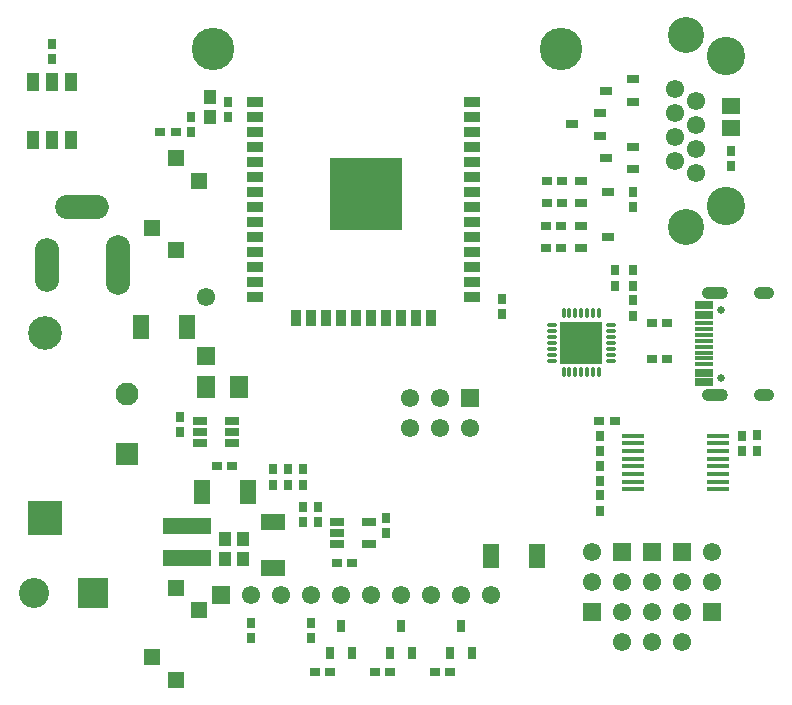
<source format=gbr>
G04 DipTrace 3.3.1.3*
G04 TopMask.gbr*
%MOIN*%
G04 #@! TF.FileFunction,Soldermask,Top*
G04 #@! TF.Part,Single*
%AMOUTLINE1*
4,1,4,
0.056118,0.056118,
0.056118,-0.056118,
-0.056118,-0.056118,
-0.056118,0.056118,
0.056118,0.056118,
0*%
%AMOUTLINE4*
4,1,4,
0.050213,-0.050213,
-0.050213,-0.050213,
-0.050213,0.050213,
0.050213,0.050213,
0.050213,-0.050213,
0*%
%AMOUTLINE7*
4,1,4,
0.029543,0.012811,
0.029543,-0.012811,
-0.029543,-0.012811,
-0.029543,0.012811,
0.029543,0.012811,
0*%
%AMOUTLINE10*
4,1,4,
0.029543,0.006906,
0.029543,-0.006906,
-0.029543,-0.006906,
-0.029543,0.006906,
0.029543,0.006906,
0*%
%AMOUTLINE13*
4,1,16,
-0.011924,0.020685,
-0.020797,0.01866,
-0.028003,0.012913,
-0.032003,0.004609,
-0.032003,-0.004609,
-0.028003,-0.012913,
-0.020797,-0.01866,
-0.011924,-0.020685,
0.011924,-0.020685,
0.020797,-0.01866,
0.028003,-0.012913,
0.032003,-0.004609,
0.032003,0.004609,
0.028003,0.012913,
0.020797,0.01866,
0.011924,0.020685,
-0.011924,0.020685,
0*%
%AMOUTLINE16*
4,1,16,
-0.021766,0.020685,
-0.03064,0.01866,
-0.037846,0.012913,
-0.041845,0.004609,
-0.041845,-0.004609,
-0.037846,-0.012913,
-0.03064,-0.01866,
-0.021766,-0.020685,
0.021766,-0.020685,
0.03064,-0.01866,
0.037846,-0.012913,
0.041845,-0.004609,
0.041845,0.004609,
0.037846,0.012913,
0.03064,0.01866,
0.021766,0.020685,
-0.021766,0.020685,
0*%
%AMOUTLINE19*
4,1,4,
0.026,-0.016748,
-0.026,-0.016748,
-0.026,0.016748,
0.026,0.016748,
0.026,-0.016748,
0*%
%AMOUTLINE22*
4,1,4,
-0.016748,-0.026,
-0.016748,0.026,
0.016748,0.026,
0.016748,-0.026,
-0.016748,-0.026,
0*%
%AMOUTLINE25*
4,1,4,
0.11911,-0.11911,
-0.11911,-0.11911,
-0.11911,0.11911,
0.11911,0.11911,
0.11911,-0.11911,
0*%
%ADD58C,0.025591*%
%ADD59C,0.127953*%
%ADD60C,0.14173*%
%ADD71R,0.04137X0.061055*%
%ADD73R,0.072866X0.017748*%
%ADD75R,0.139795X0.139795*%
%ADD77O,0.013811X0.035465*%
%ADD79O,0.035465X0.013811*%
%ADD81R,0.045307X0.025622*%
%ADD83R,0.057118X0.057118*%
%ADD85R,0.027591X0.043339*%
%ADD87R,0.15948X0.053181*%
%ADD89C,0.12011*%
%ADD91C,0.100425*%
%ADD93O,0.179165X0.08074*%
%ADD95O,0.08074X0.179165*%
%ADD97O,0.08074X0.19885*%
%ADD99R,0.043339X0.027591*%
%ADD101R,0.061055X0.053181*%
%ADD103C,0.112236*%
%ADD105R,0.057118X0.084677*%
%ADD107C,0.076803*%
%ADD109R,0.076803X0.076803*%
%ADD111R,0.084677X0.057118*%
%ADD113R,0.064992X0.072866*%
%ADD115C,0.061055*%
%ADD117R,0.061055X0.061055*%
%ADD119R,0.029559X0.037433*%
%ADD121R,0.04137X0.045307*%
%ADD123R,0.037433X0.029559*%
%ADD131OUTLINE1*%
%ADD134OUTLINE4*%
%ADD137OUTLINE7*%
%ADD140OUTLINE10*%
%ADD143OUTLINE13*%
%ADD146OUTLINE16*%
%ADD149OUTLINE19*%
%ADD152OUTLINE22*%
%ADD155OUTLINE25*%
%FSLAX26Y26*%
G04*
G70*
G90*
G75*
G01*
G04 TopMask*
%LPD*%
D123*
X850000Y787500D3*
X798819D3*
D121*
X775000Y1950000D3*
Y2016929D3*
D119*
X837500Y1950000D3*
Y2001181D3*
D121*
X887500Y475000D3*
Y541929D3*
X825000Y475000D3*
Y541929D3*
D119*
X987500Y723819D3*
Y775000D3*
X1087500Y600000D3*
Y651181D3*
X1137500Y600000D3*
Y651181D3*
X1362500Y612500D3*
Y561319D3*
D117*
X762500Y1153150D3*
D115*
Y1350000D3*
D113*
Y1050000D3*
X872736D3*
D123*
X662500Y1900000D3*
X611319D3*
D119*
X2600591Y888091D3*
Y836909D3*
X2550000Y887500D3*
Y836319D3*
X2187500Y1387500D3*
Y1438681D3*
X2125000Y1387500D3*
Y1438681D3*
X2187500Y1287500D3*
Y1338681D3*
X2075000Y887500D3*
Y836319D3*
Y787500D3*
Y736319D3*
D123*
X2125000Y937500D3*
X2073819D3*
D119*
X2075000Y637500D3*
Y688681D3*
X249016Y2142102D3*
Y2193283D3*
D111*
X987500Y600000D3*
Y446462D3*
D109*
X500000Y825000D3*
D107*
Y1025000D3*
D105*
X700000Y1250000D3*
X546462D3*
X750000Y700000D3*
X903538D3*
D131*
X225000Y612500D3*
D103*
Y1229232D3*
D105*
X1712500Y487500D3*
X1866038D3*
D101*
X2512500Y1987303D3*
Y1912500D3*
D99*
X2187500Y2000000D3*
Y2074803D3*
X2096949Y2037402D3*
X2075000Y1887500D3*
Y1962303D3*
X1984449Y1924902D3*
X2187500Y1775000D3*
Y1849803D3*
X2096949Y1812402D3*
D97*
X468749Y1456251D3*
D95*
X232529D3*
D93*
X350639Y1649164D3*
D134*
X386425Y362000D3*
D91*
X189575D3*
D137*
X2422159Y1066047D3*
Y1097543D3*
D140*
Y1125102D3*
Y1144787D3*
Y1164472D3*
Y1184157D3*
Y1203843D3*
Y1223528D3*
Y1243213D3*
Y1262898D3*
D137*
Y1290457D3*
Y1321953D3*
D143*
X2622749Y1364079D3*
D146*
X2458182Y1023921D3*
Y1364079D3*
D143*
X2622749Y1023921D3*
D58*
X2479049Y1080220D3*
Y1307780D3*
D117*
X1643751Y1012500D3*
D115*
Y912500D3*
X1543751Y1012500D3*
Y912500D3*
X1443751Y1012500D3*
Y912500D3*
D117*
X2450000Y300000D3*
D115*
Y400000D3*
Y500000D3*
X2397000Y1762449D3*
X2326921Y1802606D3*
X2397000Y1842764D3*
X2326921Y1882921D3*
X2397000Y1923079D3*
X2326921Y1963236D3*
X2397000Y2003394D3*
X2326921Y2043551D3*
D89*
X2361961Y2222882D3*
Y1583118D3*
D59*
X2497000Y2153000D3*
Y1653000D3*
D117*
X2150000Y500000D3*
D115*
Y400000D3*
Y300000D3*
Y200000D3*
D117*
X2350000Y500000D3*
D115*
Y400000D3*
Y300000D3*
Y200000D3*
D117*
X812000Y356000D3*
D115*
X912000D3*
X1012000D3*
X1112000D3*
X1212000D3*
X1312000D3*
X1412000D3*
X1512000D3*
X1612000D3*
X1712000D3*
D117*
X2050000Y300000D3*
D115*
Y400000D3*
Y500000D3*
D117*
X2250000D3*
D115*
Y400000D3*
Y300000D3*
Y200000D3*
D87*
X700000Y587500D3*
Y481201D3*
D149*
X925000Y2000000D3*
Y1950000D3*
Y1900000D3*
Y1850000D3*
Y1800000D3*
Y1750000D3*
Y1700000D3*
Y1650000D3*
Y1600000D3*
Y1550000D3*
Y1500000D3*
Y1450000D3*
Y1400000D3*
Y1350000D3*
D152*
X1062500Y1281251D3*
X1112500D3*
X1162500D3*
X1212500D3*
X1262500D3*
X1312500D3*
X1362500D3*
X1412500D3*
X1462500D3*
X1512500D3*
D149*
X1650000Y1350000D3*
Y1400000D3*
Y1450000D3*
Y1500000D3*
Y1550000D3*
Y1600000D3*
Y1650000D3*
Y1700000D3*
Y1750000D3*
Y1800000D3*
Y1850000D3*
Y1900000D3*
Y1950000D3*
Y2000000D3*
D155*
X1297391Y1693012D3*
D99*
X2012500Y1737500D3*
Y1662697D3*
X2103051Y1700098D3*
X2012500Y1587500D3*
Y1512697D3*
X2103051Y1550098D3*
D85*
X1175000Y162500D3*
X1249803D3*
X1212402Y253051D3*
X1375000Y162500D3*
X1449803D3*
X1412402Y253051D3*
X1575000Y162500D3*
X1649803D3*
X1612402Y253051D3*
D119*
X712500Y1950000D3*
Y1898819D3*
X1037500Y775000D3*
Y723819D3*
D123*
X1199409Y463091D3*
X1250591D3*
D119*
X675000Y950000D3*
Y898819D3*
X1087500Y723819D3*
Y775000D3*
X1750000Y1343749D3*
Y1292568D3*
D123*
X1950000Y1662500D3*
X1898819D3*
X1900000Y1737500D3*
X1951181D3*
D119*
X2512500Y1837500D3*
Y1786319D3*
D123*
X1895375Y1587500D3*
X1946556D3*
X2250000Y1262500D3*
X2301181D3*
X2250000Y1143749D3*
X2301181D3*
X1946556Y1512500D3*
X1895375D3*
D119*
X2187500Y1650000D3*
Y1701181D3*
X912500Y262500D3*
Y211319D3*
X1112500Y262500D3*
Y211319D3*
D123*
X1176181Y100000D3*
X1125000D3*
X1376181D3*
X1325000D3*
X1576181D3*
X1525000D3*
D83*
X662500Y1812500D3*
Y1505413D3*
X583760Y1580217D3*
X741240Y1737697D3*
X662500Y381251D3*
Y74164D3*
X583760Y148967D3*
X741240Y306448D3*
D81*
X1200000Y600000D3*
Y562598D3*
Y525197D3*
X1306299D3*
Y600000D3*
X850000Y862500D3*
Y899902D3*
Y937303D3*
X743701D3*
Y899902D3*
Y862500D3*
D79*
X2112500Y1137500D3*
Y1157185D3*
Y1176870D3*
Y1196555D3*
Y1216240D3*
Y1235925D3*
Y1255610D3*
D77*
X2073130Y1294980D3*
X2053445D3*
X2033760D3*
X2014075D3*
X1994390D3*
X1974705D3*
X1955020D3*
D79*
X1915650Y1255610D3*
Y1235925D3*
Y1216240D3*
Y1196555D3*
Y1176870D3*
Y1157185D3*
Y1137500D3*
D77*
X1955020Y1098130D3*
X1974705D3*
X1994390D3*
X2014075D3*
X2033760D3*
X2053445D3*
X2073130D3*
D75*
X2014075Y1196555D3*
D73*
X2187500Y887500D3*
Y861909D3*
Y836319D3*
Y810728D3*
Y785138D3*
Y759547D3*
Y733957D3*
Y708366D3*
X2470965D3*
Y733957D3*
Y759547D3*
Y785138D3*
Y810728D3*
Y836319D3*
Y861909D3*
Y887500D3*
D71*
X186516Y2067102D3*
Y1874189D3*
X249508D3*
Y2067102D3*
X312500D3*
Y1874189D3*
D60*
X787500Y2175000D3*
X1945000D3*
M02*

</source>
